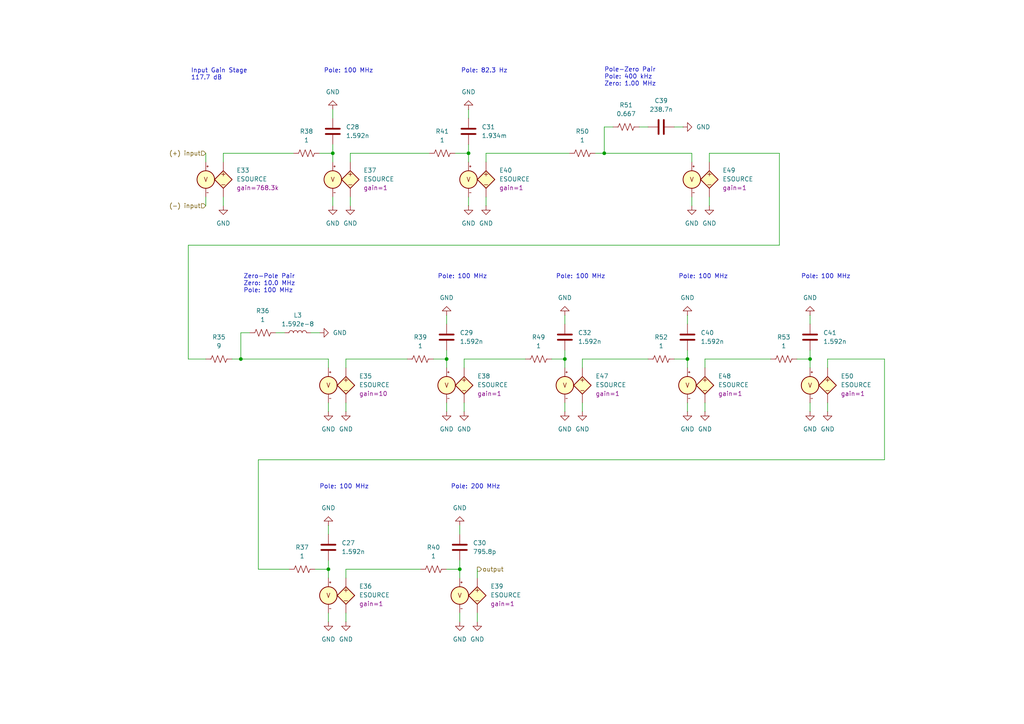
<source format=kicad_sch>
(kicad_sch (version 20250114) (generator "eeschema") (generator_version "9.0")
  (paper "A4")
  (lib_symbols
    (symbol "Device:C" (pin_numbers (hide yes)) (pin_names (offset 0.254))
      (property "Reference" "C" (at 0.635 2.54 0))
      (property "Value" "C" (at 0.635 -2.54 0))
      (symbol "C_0_1"
        (polyline (pts (xy -2.032 0.762) (xy 2.032 0.762)) (stroke (width 0.508)))
        (polyline (pts (xy -2.032 -0.762) (xy 2.032 -0.762)) (stroke (width 0.508)))
      )
      (symbol "C_1_1"
        (pin passive line (at 0 3.81 270) (length 2.794) (name "~") (number "1"))
        (pin passive line (at 0 -3.81 90) (length 2.794) (name "~") (number "2"))
      )
    )
    (symbol "Device:L" (pin_numbers (hide yes)) (pin_names (offset 1.016) (hide yes))
      (property "Reference" "L" (at -1.27 0 90))
      (property "Value" "L" (at 1.905 0 90))
      (symbol "L_0_1"
        (arc (start 0 2.54) (mid 0.6323 1.905) (end 0 1.27))
        (arc (start 0 1.27) (mid 0.6323 0.635) (end 0 0))
        (arc (start 0 0) (mid 0.6323 -0.635) (end 0 -1.27))
        (arc (start 0 -1.27) (mid 0.6323 -1.905) (end 0 -2.54))
      )
      (symbol "L_1_1"
        (pin passive line (at 0 3.81 270) (length 1.27) (name "1") (number "1"))
        (pin passive line (at 0 -3.81 90) (length 1.27) (name "2") (number "2"))
      )
    )
    (symbol "Device:R_US" (pin_numbers (hide yes)) (pin_names (offset 0))
      (property "Reference" "R" (at 2.54 0 90))
      (property "Value" "R_US" (at -2.54 0 90))
      (symbol "R_US_0_1"
        (polyline (pts (xy 0 2.286) (xy 0 2.54)))
        (polyline (pts (xy 0 2.286) (xy 1.016 1.905) (xy 0 1.524) (xy -1.016 1.143) (xy 0 0.762)))
        (polyline (pts (xy 0 0.762) (xy 1.016 0.381) (xy 0 0) (xy -1.016 -0.381) (xy 0 -0.762)))
        (polyline (pts (xy 0 -0.762) (xy 1.016 -1.143) (xy 0 -1.524) (xy -1.016 -1.905) (xy 0 -2.286)))
        (polyline (pts (xy 0 -2.286) (xy 0 -2.54)))
      )
      (symbol "R_US_1_1"
        (pin passive line (at 0 3.81 270) (length 1.27) (name "~") (number "1"))
        (pin passive line (at 0 -3.81 90) (length 1.27) (name "~") (number "2"))
      )
    )
    (symbol "Simulation_SPICE:ESOURCE" (pin_numbers (hide yes)) (pin_names (offset 1.016) (hide yes))
      (property "Reference" "E" (at 2.54 2.54 0))
      (property "Value" "ESOURCE" (at 2.54 0 0))
      (property "Sim.Params" "type=\"E\" model=\"1\"" (at 2.54 -2.54 0))
      (symbol "ESOURCE_0_1"
        (polyline (pts (xy 0 2.032) (xy 0 1.016)))
      )
      (symbol "ESOURCE_1_1"
        (circle (center -5.08 0) (radius 2.54) (stroke (width 0.254)) (fill (type background)))
        (polyline (pts (xy -4.826 3.81) (xy -4.318 3.81)))
        (polyline (pts (xy -4.826 -3.81) (xy -4.318 -3.81)))
        (polyline (pts (xy -4.572 4.064) (xy -4.572 3.556)))
        (polyline (pts (xy 0 2.54) (xy -2.54 0) (xy 0 -2.54) (xy 2.54 0) (xy 0 2.54)) (stroke (width 0.254)) (fill (type background)))
        (polyline (pts (xy 0.508 1.524) (xy -0.508 1.524)))
        (polyline (pts (xy 0.508 -1.524) (xy -0.508 -1.524)))
        (text "V" (at -5.08 0 0) (effects (font (size 1.27 1.27))))
        (pin input line (at -5.08 5.08 270) (length 2.54) (name "C+") (number "3"))
        (pin input line (at -5.08 -5.08 90) (length 2.54) (name "C-") (number "4"))
        (pin passive line (at 0 5.08 270) (length 2.54) (name "N+") (number "1"))
        (pin passive line (at 0 -5.08 90) (length 2.54) (name "N-") (number "2"))
      )
    )
    (symbol "power:GND" (power) (pin_numbers (hide yes)) (pin_names (offset 0) (hide yes))
      (property "Value" "GND" (at 0 -3.81 0))
      (symbol "GND_0_1"
        (polyline (pts (xy 0 0) (xy 0 -1.27) (xy 1.27 -1.27) (xy 0 -2.54) (xy -1.27 -1.27) (xy 0 -1.27)))
      )
      (symbol "GND_1_1"
        (pin power_in line (at 0 0 270) (length 0) (name "~") (number "1"))
      )
    )
  )
  (text "Pole: 200 MHz" (at 137.922 141.224 0) (effects (font (size 1.27 1.27))))
  (text "Pole: 100 MHz" (at 99.822 141.224 0) (effects (font (size 1.27 1.27))))
  (text "Pole-Zero Pair\nPole: 400 kHz\nZero: 1.00 MHz" (at 175.26 22.352 0) (effects (font (size 1.27 1.27)) (justify left)))
  (text "Input Gain Stage\n117.7 dB" (at 55.372 21.59 0) (effects (font (size 1.27 1.27)) (justify left)))
  (text "Pole: 100 MHz" (at 239.522 80.264 0) (effects (font (size 1.27 1.27))))
  (text "Pole: 82.3 Hz" (at 140.462 20.574 0) (effects (font (size 1.27 1.27))))
  (text "Zero-Pole Pair\nZero: 10.0 MHz\nPole: 100 MHz" (at 70.612 82.296 0) (effects (font (size 1.27 1.27)) (justify left)))
  (text "Pole: 100 MHz" (at 134.112 80.264 0) (effects (font (size 1.27 1.27))))
  (text "Pole: 100 MHz" (at 203.962 80.264 0) (effects (font (size 1.27 1.27))))
  (text "Pole: 100 MHz" (at 101.092 20.574 0) (effects (font (size 1.27 1.27))))
  (text "Pole: 100 MHz" (at 168.402 80.264 0) (effects (font (size 1.27 1.27))))
  (junction (at 69.85 104.14))
  (junction (at 96.52 44.45))
  (junction (at 163.83 104.14))
  (junction (at 199.39 104.14))
  (junction (at 234.95 104.14))
  (junction (at 175.26 44.45))
  (junction (at 135.89 44.45))
  (junction (at 133.35 165.1))
  (junction (at 95.25 165.1))
  (junction (at 129.54 104.14))
  (wire (pts (xy 163.83 116.84) (xy 163.83 119.38)))
  (wire (pts (xy 240.03 104.14) (xy 256.54 104.14)))
  (wire (pts (xy 204.47 104.14) (xy 223.52 104.14)))
  (wire (pts (xy 140.97 57.15) (xy 140.97 59.69)))
  (wire (pts (xy 80.01 96.52) (xy 82.55 96.52)))
  (wire (pts (xy 226.06 71.12) (xy 54.61 71.12)))
  (wire (pts (xy 204.47 106.68) (xy 204.47 104.14)))
  (wire (pts (xy 95.25 165.1) (xy 95.25 167.64)))
  (wire (pts (xy 256.54 104.14) (xy 256.54 133.35)))
  (wire (pts (xy 129.54 91.44) (xy 129.54 93.98)))
  (wire (pts (xy 199.39 116.84) (xy 199.39 119.38)))
  (wire (pts (xy 134.62 116.84) (xy 134.62 119.38)))
  (wire (pts (xy 240.03 116.84) (xy 240.03 119.38)))
  (wire (pts (xy 175.26 36.83) (xy 175.26 44.45)))
  (wire (pts (xy 95.25 104.14) (xy 95.25 106.68)))
  (wire (pts (xy 69.85 104.14) (xy 95.25 104.14)))
  (wire (pts (xy 96.52 44.45) (xy 96.52 46.99)))
  (wire (pts (xy 200.66 44.45) (xy 200.66 46.99)))
  (wire (pts (xy 195.58 104.14) (xy 199.39 104.14)))
  (wire (pts (xy 96.52 31.75) (xy 96.52 34.29)))
  (wire (pts (xy 59.69 57.15) (xy 59.69 59.69)))
  (wire (pts (xy 205.74 46.99) (xy 205.74 44.45)))
  (wire (pts (xy 172.72 44.45) (xy 175.26 44.45)))
  (wire (pts (xy 92.71 44.45) (xy 96.52 44.45)))
  (wire (pts (xy 100.33 104.14) (xy 118.11 104.14)))
  (wire (pts (xy 129.54 165.1) (xy 133.35 165.1)))
  (wire (pts (xy 199.39 104.14) (xy 199.39 106.68)))
  (wire (pts (xy 138.43 167.64) (xy 138.43 165.1)))
  (wire (pts (xy 140.97 44.45) (xy 165.1 44.45)))
  (wire (pts (xy 90.17 96.52) (xy 92.71 96.52)))
  (wire (pts (xy 95.25 116.84) (xy 95.25 119.38)))
  (wire (pts (xy 134.62 104.14) (xy 152.4 104.14)))
  (wire (pts (xy 240.03 106.68) (xy 240.03 104.14)))
  (wire (pts (xy 69.85 96.52) (xy 69.85 104.14)))
  (wire (pts (xy 100.33 165.1) (xy 121.92 165.1)))
  (wire (pts (xy 205.74 57.15) (xy 205.74 59.69)))
  (wire (pts (xy 205.74 44.45) (xy 226.06 44.45)))
  (wire (pts (xy 74.93 133.35) (xy 74.93 165.1)))
  (wire (pts (xy 234.95 104.14) (xy 234.95 106.68)))
  (wire (pts (xy 72.39 96.52) (xy 69.85 96.52)))
  (wire (pts (xy 231.14 104.14) (xy 234.95 104.14)))
  (wire (pts (xy 199.39 101.6) (xy 199.39 104.14)))
  (wire (pts (xy 95.25 162.56) (xy 95.25 165.1)))
  (wire (pts (xy 163.83 101.6) (xy 163.83 104.14)))
  (wire (pts (xy 163.83 104.14) (xy 163.83 106.68)))
  (wire (pts (xy 185.42 36.83) (xy 187.96 36.83)))
  (wire (pts (xy 54.61 104.14) (xy 59.69 104.14)))
  (wire (pts (xy 168.91 116.84) (xy 168.91 119.38)))
  (wire (pts (xy 96.52 57.15) (xy 96.52 59.69)))
  (wire (pts (xy 168.91 104.14) (xy 187.96 104.14)))
  (wire (pts (xy 95.25 152.4) (xy 95.25 154.94)))
  (wire (pts (xy 234.95 101.6) (xy 234.95 104.14)))
  (wire (pts (xy 64.77 57.15) (xy 64.77 59.69)))
  (wire (pts (xy 133.35 162.56) (xy 133.35 165.1)))
  (wire (pts (xy 101.6 46.99) (xy 101.6 44.45)))
  (wire (pts (xy 67.31 104.14) (xy 69.85 104.14)))
  (wire (pts (xy 133.35 177.8) (xy 133.35 180.34)))
  (wire (pts (xy 138.43 177.8) (xy 138.43 180.34)))
  (wire (pts (xy 101.6 57.15) (xy 101.6 59.69)))
  (wire (pts (xy 160.02 104.14) (xy 163.83 104.14)))
  (wire (pts (xy 64.77 46.99) (xy 64.77 44.45)))
  (wire (pts (xy 195.58 36.83) (xy 198.12 36.83)))
  (wire (pts (xy 100.33 177.8) (xy 100.33 180.34)))
  (wire (pts (xy 129.54 101.6) (xy 129.54 104.14)))
  (wire (pts (xy 96.52 41.91) (xy 96.52 44.45)))
  (wire (pts (xy 133.35 152.4) (xy 133.35 154.94)))
  (wire (pts (xy 54.61 71.12) (xy 54.61 104.14)))
  (wire (pts (xy 135.89 57.15) (xy 135.89 59.69)))
  (wire (pts (xy 134.62 106.68) (xy 134.62 104.14)))
  (wire (pts (xy 91.44 165.1) (xy 95.25 165.1)))
  (wire (pts (xy 200.66 57.15) (xy 200.66 59.69)))
  (wire (pts (xy 256.54 133.35) (xy 74.93 133.35)))
  (wire (pts (xy 59.69 46.99) (xy 59.69 44.45)))
  (wire (pts (xy 234.95 91.44) (xy 234.95 93.98)))
  (wire (pts (xy 129.54 116.84) (xy 129.54 119.38)))
  (wire (pts (xy 129.54 104.14) (xy 129.54 106.68)))
  (wire (pts (xy 199.39 91.44) (xy 199.39 93.98)))
  (wire (pts (xy 100.33 116.84) (xy 100.33 119.38)))
  (wire (pts (xy 135.89 44.45) (xy 135.89 46.99)))
  (wire (pts (xy 163.83 91.44) (xy 163.83 93.98)))
  (wire (pts (xy 133.35 165.1) (xy 133.35 167.64)))
  (wire (pts (xy 140.97 46.99) (xy 140.97 44.45)))
  (wire (pts (xy 101.6 44.45) (xy 124.46 44.45)))
  (wire (pts (xy 204.47 116.84) (xy 204.47 119.38)))
  (wire (pts (xy 226.06 44.45) (xy 226.06 71.12)))
  (wire (pts (xy 132.08 44.45) (xy 135.89 44.45)))
  (wire (pts (xy 100.33 106.68) (xy 100.33 104.14)))
  (wire (pts (xy 74.93 165.1) (xy 83.82 165.1)))
  (wire (pts (xy 100.33 167.64) (xy 100.33 165.1)))
  (wire (pts (xy 125.73 104.14) (xy 129.54 104.14)))
  (wire (pts (xy 234.95 116.84) (xy 234.95 119.38)))
  (wire (pts (xy 95.25 177.8) (xy 95.25 180.34)))
  (wire (pts (xy 168.91 106.68) (xy 168.91 104.14)))
  (wire (pts (xy 175.26 44.45) (xy 200.66 44.45)))
  (wire (pts (xy 64.77 44.45) (xy 85.09 44.45)))
  (wire (pts (xy 177.8 36.83) (xy 175.26 36.83)))
  (wire (pts (xy 135.89 31.75) (xy 135.89 34.29)))
  (wire (pts (xy 135.89 41.91) (xy 135.89 44.45)))
  (hierarchical_label "(+) input" (shape input) (at 59.69 44.45 180))
  (hierarchical_label "(-) input" (shape input) (at 59.69 59.69 180))
  (hierarchical_label "output" (shape output) (at 138.43 165.1 0))
  (symbol (lib_id "power:GND") (at 101.6 59.69 0) (unit 1)
    (property "Reference" "#PWR066" (effects (hide yes)))
    (property "Value" "GND" (at 101.6 64.77 0))
    (property "Description" "Power symbol creates a global label with name \"GND\" , ground" (effects (hide yes)))
    (instances (project "TransimpedanceAmplifierStability" (path "" (reference "#PWR0100") (unit 1)) (path "" (reference "#PWR066") (unit 1)) (path "" (reference "#PWR0168") (unit 1))))
  )
  (symbol (lib_id "power:GND") (at 64.77 59.69 0) (unit 1)
    (property "Reference" "#PWR058" (effects (hide yes)))
    (property "Value" "GND" (at 64.77 64.77 0))
    (property "Description" "Power symbol creates a global label with name \"GND\" , ground" (effects (hide yes)))
    (instances (project "TransimpedanceAmplifierStability" (path "" (reference "#PWR089") (unit 1)) (path "" (reference "#PWR058") (unit 1)) (path "" (reference "#PWR0158") (unit 1))))
  )
  (symbol (lib_id "power:GND") (at 95.25 119.38 0) (unit 1)
    (property "Reference" "#PWR065" (effects (hide yes)))
    (property "Value" "GND" (at 95.25 124.46 0))
    (property "Description" "Power symbol creates a global label with name \"GND\" , ground" (effects (hide yes)))
    (instances (project "TransimpedanceAmplifierStability" (path "" (reference "#PWR091") (unit 1)) (path "" (reference "#PWR065") (unit 1)) (path "" (reference "#PWR0161") (unit 1))))
  )
  (symbol (lib_id "power:GND") (at 100.33 180.34 0) (unit 1)
    (property "Reference" "#PWR061" (effects (hide yes)))
    (property "Value" "GND" (at 100.33 185.42 0))
    (property "Description" "Power symbol creates a global label with name \"GND\" , ground" (effects (hide yes)))
    (instances (project "TransimpedanceAmplifierStability" (path "" (reference "#PWR099") (unit 1)) (path "" (reference "#PWR061") (unit 1)) (path "" (reference "#PWR0167") (unit 1))))
  )
  (symbol (lib_id "Simulation_SPICE:ESOURCE") (at 100.33 172.72 0) (unit 1)
    (property "Reference" "E23" (at 104.14 170.0529 0) (effects (justify left)))
    (property "Value" "ESOURCE" (at 104.14 172.5929 0) (effects (justify left)))
    (property "Datasheet" "https://ngspice.sourceforge.io/docs/ngspice-html-manual/manual.xhtml#subsec_Exxxx__Linear_Voltage_Controlled" (effects (hide yes)))
    (property "Description" "Voltage-controlled voltage source symbol for simulation only" (effects (hide yes)))
    (property "Sim.Device" "E" (effects (hide yes)))
    (property "Sim.Params" "gain=1" (at 104.14 175.1329 0) (effects (justify left)))
    (property "Sim.Pins" "1=+ 2=- 3=C+ 4=C-" (effects (hide yes)))
    (instances (project "TransimpedanceAmplifierStability" (path "" (reference "E36") (unit 1)) (path "" (reference "E23") (unit 1)) (path "" (reference "E61") (unit 1))))
  )
  (symbol (lib_id "power:GND") (at 133.35 180.34 0) (unit 1)
    (property "Reference" "#PWR069" (effects (hide yes)))
    (property "Value" "GND" (at 133.35 185.42 0))
    (property "Description" "Power symbol creates a global label with name \"GND\" , ground" (effects (hide yes)))
    (instances (project "TransimpedanceAmplifierStability" (path "" (reference "#PWR0104") (unit 1)) (path "" (reference "#PWR069") (unit 1)) (path "" (reference "#PWR0178") (unit 1))))
  )
  (symbol (lib_id "power:GND") (at 163.83 119.38 0) (unit 1)
    (property "Reference" "#PWR078" (effects (hide yes)))
    (property "Value" "GND" (at 163.83 124.46 0))
    (property "Description" "Power symbol creates a global label with name \"GND\" , ground" (effects (hide yes)))
    (instances (project "TransimpedanceAmplifierStability" (path "" (reference "#PWR0111") (unit 1)) (path "" (reference "#PWR078") (unit 1)) (path "" (reference "#PWR0188") (unit 1))))
  )
  (symbol (lib_id "Device:R_US") (at 227.33 104.14 90) (unit 1)
    (property "Reference" "R34" (at 227.33 97.79 90))
    (property "Value" "1" (at 227.33 100.33 90))
    (property "Description" "Resistor, US symbol" (effects (hide yes)))
    (instances (project "TransimpedanceAmplifierStability" (path "" (reference "R53") (unit 1)) (path "" (reference "R34") (unit 1)) (path "" (reference "R89") (unit 1))))
  )
  (symbol (lib_id "power:GND") (at 200.66 59.69 0) (unit 1)
    (property "Reference" "#PWR081" (effects (hide yes)))
    (property "Value" "GND" (at 200.66 64.77 0))
    (property "Description" "Power symbol creates a global label with name \"GND\" , ground" (effects (hide yes)))
    (instances (project "TransimpedanceAmplifierStability" (path "" (reference "#PWR0133") (unit 1)) (path "" (reference "#PWR081") (unit 1)) (path "" (reference "#PWR0199") (unit 1))))
  )
  (symbol (lib_id "power:GND") (at 92.71 96.52 90) (unit 1)
    (property "Reference" "#PWR062" (effects (hide yes)))
    (property "Value" "GND" (at 96.52 96.5199 90) (effects (justify right)))
    (property "Description" "Power symbol creates a global label with name \"GND\" , ground" (effects (hide yes)))
    (instances (project "TransimpedanceAmplifierStability" (path "" (reference "#PWR090") (unit 1)) (path "" (reference "#PWR062") (unit 1)) (path "" (reference "#PWR0160") (unit 1))))
  )
  (symbol (lib_id "Device:R_US") (at 63.5 104.14 90) (unit 1)
    (property "Reference" "R24" (at 63.5 97.79 90))
    (property "Value" "9" (at 63.5 100.33 90))
    (property "Description" "Resistor, US symbol" (effects (hide yes)))
    (instances (project "TransimpedanceAmplifierStability" (path "" (reference "R35") (unit 1)) (path "" (reference "R24") (unit 1)) (path "" (reference "R61") (unit 1))))
  )
  (symbol (lib_id "Simulation_SPICE:ESOURCE") (at 64.77 52.07 0) (unit 1)
    (property "Reference" "E22" (at 68.58 49.4029 0) (effects (justify left)))
    (property "Value" "ESOURCE" (at 68.58 51.9429 0) (effects (justify left)))
    (property "Datasheet" "https://ngspice.sourceforge.io/docs/ngspice-html-manual/manual.xhtml#subsec_Exxxx__Linear_Voltage_Controlled" (effects (hide yes)))
    (property "Description" "Voltage-controlled voltage source symbol for simulation only" (effects (hide yes)))
    (property "Sim.Device" "E" (effects (hide yes)))
    (property "Sim.Params" "gain=768.3k" (at 68.58 54.4829 0) (effects (justify left)))
    (property "Sim.Pins" "1=+ 2=- 3=C+ 4=C-" (effects (hide yes)))
    (instances (project "TransimpedanceAmplifierStability" (path "" (reference "E33") (unit 1)) (path "" (reference "E22") (unit 1)) (path "" (reference "E58") (unit 1))))
  )
  (symbol (lib_id "power:GND") (at 135.89 31.75 180) (unit 1)
    (property "Reference" "#PWR073" (effects (hide yes)))
    (property "Value" "GND" (at 135.89 26.67 0))
    (property "Description" "Power symbol creates a global label with name \"GND\" , ground" (effects (hide yes)))
    (instances (project "TransimpedanceAmplifierStability" (path "" (reference "#PWR0106") (unit 1)) (path "" (reference "#PWR073") (unit 1)) (path "" (reference "#PWR0180") (unit 1))))
  )
  (symbol (lib_id "power:GND") (at 204.47 119.38 0) (unit 1)
    (property "Reference" "#PWR085" (effects (hide yes)))
    (property "Value" "GND" (at 204.47 124.46 0))
    (property "Description" "Power symbol creates a global label with name \"GND\" , ground" (effects (hide yes)))
    (instances (project "TransimpedanceAmplifierStability" (path "" (reference "#PWR0134") (unit 1)) (path "" (reference "#PWR085") (unit 1)) (path "" (reference "#PWR0200") (unit 1))))
  )
  (symbol (lib_id "Simulation_SPICE:ESOURCE") (at 100.33 111.76 0) (unit 1)
    (property "Reference" "E25" (at 104.14 109.0929 0) (effects (justify left)))
    (property "Value" "ESOURCE" (at 104.14 111.6329 0) (effects (justify left)))
    (property "Datasheet" "https://ngspice.sourceforge.io/docs/ngspice-html-manual/manual.xhtml#subsec_Exxxx__Linear_Voltage_Controlled" (effects (hide yes)))
    (property "Description" "Voltage-controlled voltage source symbol for simulation only" (effects (hide yes)))
    (property "Sim.Device" "E" (effects (hide yes)))
    (property "Sim.Params" "gain=10" (at 104.14 114.1729 0) (effects (justify left)))
    (property "Sim.Pins" "1=+ 2=- 3=C+ 4=C-" (effects (hide yes)))
    (instances (project "TransimpedanceAmplifierStability" (path "" (reference "E35") (unit 1)) (path "" (reference "E25") (unit 1)) (path "" (reference "E60") (unit 1))))
  )
  (symbol (lib_id "Device:C") (at 163.83 97.79 0) (unit 1)
    (property "Reference" "C23" (at 167.64 96.5199 0) (effects (justify left)))
    (property "Value" "1.592n" (at 167.64 99.0599 0) (effects (justify left)))
    (property "Description" "Unpolarized capacitor" (effects (hide yes)))
    (instances (project "TransimpedanceAmplifierStability" (path "" (reference "C32") (unit 1)) (path "" (reference "C23") (unit 1)) (path "" (reference "C70") (unit 1))))
  )
  (symbol (lib_id "power:GND") (at 138.43 180.34 0) (unit 1)
    (property "Reference" "#PWR070" (effects (hide yes)))
    (property "Value" "GND" (at 138.43 185.42 0))
    (property "Description" "Power symbol creates a global label with name \"GND\" , ground" (effects (hide yes)))
    (instances (project "TransimpedanceAmplifierStability" (path "" (reference "#PWR0108") (unit 1)) (path "" (reference "#PWR070") (unit 1)) (path "" (reference "#PWR0182") (unit 1))))
  )
  (symbol (lib_id "Device:R_US") (at 125.73 165.1 90) (unit 1)
    (property "Reference" "R27" (at 125.73 158.75 90))
    (property "Value" "1" (at 125.73 161.29 90))
    (property "Description" "Resistor, US symbol" (effects (hide yes)))
    (instances (project "TransimpedanceAmplifierStability" (path "" (reference "R40") (unit 1)) (path "" (reference "R27") (unit 1)) (path "" (reference "R69") (unit 1))))
  )
  (symbol (lib_id "power:GND") (at 234.95 119.38 0) (unit 1)
    (property "Reference" "#PWR087" (effects (hide yes)))
    (property "Value" "GND" (at 234.95 124.46 0))
    (property "Description" "Power symbol creates a global label with name \"GND\" , ground" (effects (hide yes)))
    (instances (project "TransimpedanceAmplifierStability" (path "" (reference "#PWR0137") (unit 1)) (path "" (reference "#PWR087") (unit 1)) (path "" (reference "#PWR0206") (unit 1))))
  )
  (symbol (lib_id "power:GND") (at 140.97 59.69 0) (unit 1)
    (property "Reference" "#PWR076" (effects (hide yes)))
    (property "Value" "GND" (at 140.97 64.77 0))
    (property "Description" "Power symbol creates a global label with name \"GND\" , ground" (effects (hide yes)))
    (instances (project "TransimpedanceAmplifierStability" (path "" (reference "#PWR0109") (unit 1)) (path "" (reference "#PWR076") (unit 1)) (path "" (reference "#PWR0183") (unit 1))))
  )
  (symbol (lib_id "power:GND") (at 199.39 91.44 180) (unit 1)
    (property "Reference" "#PWR082" (effects (hide yes)))
    (property "Value" "GND" (at 199.39 86.36 0))
    (property "Description" "Power symbol creates a global label with name \"GND\" , ground" (effects (hide yes)))
    (instances (project "TransimpedanceAmplifierStability" (path "" (reference "#PWR0131") (unit 1)) (path "" (reference "#PWR082") (unit 1)) (path "" (reference "#PWR0197") (unit 1))))
  )
  (symbol (lib_id "Device:R_US") (at 191.77 104.14 90) (unit 1)
    (property "Reference" "R33" (at 191.77 97.79 90))
    (property "Value" "1" (at 191.77 100.33 90))
    (property "Description" "Resistor, US symbol" (effects (hide yes)))
    (instances (project "TransimpedanceAmplifierStability" (path "" (reference "R52") (unit 1)) (path "" (reference "R33") (unit 1)) (path "" (reference "R84") (unit 1))))
  )
  (symbol (lib_id "Simulation_SPICE:ESOURCE") (at 168.91 111.76 0) (unit 1)
    (property "Reference" "E29" (at 172.72 109.0929 0) (effects (justify left)))
    (property "Value" "ESOURCE" (at 172.72 111.6329 0) (effects (justify left)))
    (property "Datasheet" "https://ngspice.sourceforge.io/docs/ngspice-html-manual/manual.xhtml#subsec_Exxxx__Linear_Voltage_Controlled" (effects (hide yes)))
    (property "Description" "Voltage-controlled voltage source symbol for simulation only" (effects (hide yes)))
    (property "Sim.Device" "E" (effects (hide yes)))
    (property "Sim.Params" "gain=1" (at 172.72 114.1729 0) (effects (justify left)))
    (property "Sim.Pins" "1=+ 2=- 3=C+ 4=C-" (effects (hide yes)))
    (instances (project "TransimpedanceAmplifierStability" (path "" (reference "E47") (unit 1)) (path "" (reference "E29") (unit 1)) (path "" (reference "E69") (unit 1))))
  )
  (symbol (lib_id "power:GND") (at 234.95 91.44 180) (unit 1)
    (property "Reference" "#PWR086" (effects (hide yes)))
    (property "Value" "GND" (at 234.95 86.36 0))
    (property "Description" "Power symbol creates a global label with name \"GND\" , ground" (effects (hide yes)))
    (instances (project "TransimpedanceAmplifierStability" (path "" (reference "#PWR0136") (unit 1)) (path "" (reference "#PWR086") (unit 1)) (path "" (reference "#PWR0205") (unit 1))))
  )
  (symbol (lib_id "power:GND") (at 199.39 119.38 0) (unit 1)
    (property "Reference" "#PWR083" (effects (hide yes)))
    (property "Value" "GND" (at 199.39 124.46 0))
    (property "Description" "Power symbol creates a global label with name \"GND\" , ground" (effects (hide yes)))
    (instances (project "TransimpedanceAmplifierStability" (path "" (reference "#PWR0132") (unit 1)) (path "" (reference "#PWR083") (unit 1)) (path "" (reference "#PWR0198") (unit 1))))
  )
  (symbol (lib_id "Device:C") (at 129.54 97.79 0) (unit 1)
    (property "Reference" "C21" (at 133.35 96.5199 0) (effects (justify left)))
    (property "Value" "1.592n" (at 133.35 99.0599 0) (effects (justify left)))
    (property "Description" "Unpolarized capacitor" (effects (hide yes)))
    (instances (project "TransimpedanceAmplifierStability" (path "" (reference "C29") (unit 1)) (path "" (reference "C21") (unit 1)) (path "" (reference "C61") (unit 1))))
  )
  (symbol (lib_id "power:GND") (at 129.54 119.38 0) (unit 1)
    (property "Reference" "#PWR072" (effects (hide yes)))
    (property "Value" "GND" (at 129.54 124.46 0))
    (property "Description" "Power symbol creates a global label with name \"GND\" , ground" (effects (hide yes)))
    (instances (project "TransimpedanceAmplifierStability" (path "" (reference "#PWR0102") (unit 1)) (path "" (reference "#PWR072") (unit 1)) (path "" (reference "#PWR0176") (unit 1))))
  )
  (symbol (lib_id "Device:C") (at 191.77 36.83 270) (unit 1)
    (property "Reference" "C24" (at 191.77 29.21 90))
    (property "Value" "238.7n" (at 191.77 31.75 90))
    (property "Description" "Unpolarized capacitor" (effects (hide yes)))
    (instances (project "TransimpedanceAmplifierStability" (path "" (reference "C39") (unit 1)) (path "" (reference "C24") (unit 1)) (path "" (reference "C74") (unit 1))))
  )
  (symbol (lib_id "Simulation_SPICE:ESOURCE") (at 240.03 111.76 0) (unit 1)
    (property "Reference" "E32" (at 243.84 109.0929 0) (effects (justify left)))
    (property "Value" "ESOURCE" (at 243.84 111.6329 0) (effects (justify left)))
    (property "Datasheet" "https://ngspice.sourceforge.io/docs/ngspice-html-manual/manual.xhtml#subsec_Exxxx__Linear_Voltage_Controlled" (effects (hide yes)))
    (property "Description" "Voltage-controlled voltage source symbol for simulation only" (effects (hide yes)))
    (property "Sim.Device" "E" (effects (hide yes)))
    (property "Sim.Params" "gain=1" (at 243.84 114.1729 0) (effects (justify left)))
    (property "Sim.Pins" "1=+ 2=- 3=C+ 4=C-" (effects (hide yes)))
    (instances (project "TransimpedanceAmplifierStability" (path "" (reference "E50") (unit 1)) (path "" (reference "E32") (unit 1)) (path "" (reference "E75") (unit 1))))
  )
  (symbol (lib_id "power:GND") (at 198.12 36.83 90) (unit 1)
    (property "Reference" "#PWR080" (effects (hide yes)))
    (property "Value" "GND" (at 201.93 36.8299 90) (effects (justify right)))
    (property "Description" "Power symbol creates a global label with name \"GND\" , ground" (effects (hide yes)))
    (instances (project "TransimpedanceAmplifierStability" (path "" (reference "#PWR0130") (unit 1)) (path "" (reference "#PWR080") (unit 1)) (path "" (reference "#PWR0196") (unit 1))))
  )
  (symbol (lib_id "power:GND") (at 95.25 180.34 0) (unit 1)
    (property "Reference" "#PWR060" (effects (hide yes)))
    (property "Value" "GND" (at 95.25 185.42 0))
    (property "Description" "Power symbol creates a global label with name \"GND\" , ground" (effects (hide yes)))
    (instances (project "TransimpedanceAmplifierStability" (path "" (reference "#PWR095") (unit 1)) (path "" (reference "#PWR060") (unit 1)) (path "" (reference "#PWR0163") (unit 1))))
  )
  (symbol (lib_id "Device:R_US") (at 76.2 96.52 270) (unit 1)
    (property "Reference" "R25" (at 76.2 90.17 90))
    (property "Value" "1" (at 76.2 92.71 90))
    (property "Description" "Resistor, US symbol" (effects (hide yes)))
    (instances (project "TransimpedanceAmplifierStability" (path "" (reference "R36") (unit 1)) (path "" (reference "R25") (unit 1)) (path "" (reference "R62") (unit 1))))
  )
  (symbol (lib_id "Device:L") (at 86.36 96.52 90) (unit 1)
    (property "Reference" "L2" (at 86.36 91.44 90))
    (property "Value" "1.592e-8" (at 86.36 93.98 90))
    (property "Description" "Inductor" (effects (hide yes)))
    (instances (project "TransimpedanceAmplifierStability" (path "" (reference "L3") (unit 1)) (path "" (reference "L2") (unit 1)) (path "" (reference "L4") (unit 1))))
  )
  (symbol (lib_id "Simulation_SPICE:ESOURCE") (at 205.74 52.07 0) (unit 1)
    (property "Reference" "E30" (at 209.55 49.4029 0) (effects (justify left)))
    (property "Value" "ESOURCE" (at 209.55 51.9429 0) (effects (justify left)))
    (property "Datasheet" "https://ngspice.sourceforge.io/docs/ngspice-html-manual/manual.xhtml#subsec_Exxxx__Linear_Voltage_Controlled" (effects (hide yes)))
    (property "Description" "Voltage-controlled voltage source symbol for simulation only" (effects (hide yes)))
    (property "Sim.Device" "E" (effects (hide yes)))
    (property "Sim.Params" "gain=1" (at 209.55 54.4829 0) (effects (justify left)))
    (property "Sim.Pins" "1=+ 2=- 3=C+ 4=C-" (effects (hide yes)))
    (instances (project "TransimpedanceAmplifierStability" (path "" (reference "E49") (unit 1)) (path "" (reference "E30") (unit 1)) (path "" (reference "E73") (unit 1))))
  )
  (symbol (lib_id "Simulation_SPICE:ESOURCE") (at 138.43 172.72 0) (unit 1)
    (property "Reference" "E26" (at 142.24 170.0529 0) (effects (justify left)))
    (property "Value" "ESOURCE" (at 142.24 172.5929 0) (effects (justify left)))
    (property "Datasheet" "https://ngspice.sourceforge.io/docs/ngspice-html-manual/manual.xhtml#subsec_Exxxx__Linear_Voltage_Controlled" (effects (hide yes)))
    (property "Description" "Voltage-controlled voltage source symbol for simulation only" (effects (hide yes)))
    (property "Sim.Device" "E" (effects (hide yes)))
    (property "Sim.Params" "gain=1" (at 142.24 175.1329 0) (effects (justify left)))
    (property "Sim.Pins" "1=+ 2=- 3=C+ 4=C-" (effects (hide yes)))
    (instances (project "TransimpedanceAmplifierStability" (path "" (reference "E39") (unit 1)) (path "" (reference "E26") (unit 1)) (path "" (reference "E66") (unit 1))))
  )
  (symbol (lib_id "power:GND") (at 133.35 152.4 180) (unit 1)
    (property "Reference" "#PWR068" (effects (hide yes)))
    (property "Value" "GND" (at 133.35 147.32 0))
    (property "Description" "Power symbol creates a global label with name \"GND\" , ground" (effects (hide yes)))
    (instances (project "TransimpedanceAmplifierStability" (path "" (reference "#PWR0103") (unit 1)) (path "" (reference "#PWR068") (unit 1)) (path "" (reference "#PWR0177") (unit 1))))
  )
  (symbol (lib_id "power:GND") (at 95.25 152.4 180) (unit 1)
    (property "Reference" "#PWR059" (effects (hide yes)))
    (property "Value" "GND" (at 95.25 147.32 0))
    (property "Description" "Power symbol creates a global label with name \"GND\" , ground" (effects (hide yes)))
    (instances (project "TransimpedanceAmplifierStability" (path "" (reference "#PWR094") (unit 1)) (path "" (reference "#PWR059") (unit 1)) (path "" (reference "#PWR0162") (unit 1))))
  )
  (symbol (lib_id "Device:R_US") (at 88.9 44.45 90) (unit 1)
    (property "Reference" "R26" (at 88.9 38.1 90))
    (property "Value" "1" (at 88.9 40.64 90))
    (property "Description" "Resistor, US symbol" (effects (hide yes)))
    (instances (project "TransimpedanceAmplifierStability" (path "" (reference "R38") (unit 1)) (path "" (reference "R26") (unit 1)) (path "" (reference "R64") (unit 1))))
  )
  (symbol (lib_id "Device:C") (at 95.25 158.75 0) (unit 1)
    (property "Reference" "C18" (at 99.06 157.4799 0) (effects (justify left)))
    (property "Value" "1.592n" (at 99.06 160.0199 0) (effects (justify left)))
    (property "Description" "Unpolarized capacitor" (effects (hide yes)))
    (instances (project "TransimpedanceAmplifierStability" (path "" (reference "C27") (unit 1)) (path "" (reference "C18") (unit 1)) (path "" (reference "C53") (unit 1))))
  )
  (symbol (lib_id "power:GND") (at 100.33 119.38 0) (unit 1)
    (property "Reference" "#PWR067" (effects (hide yes)))
    (property "Value" "GND" (at 100.33 124.46 0))
    (property "Description" "Power symbol creates a global label with name \"GND\" , ground" (effects (hide yes)))
    (instances (project "TransimpedanceAmplifierStability" (path "" (reference "#PWR098") (unit 1)) (path "" (reference "#PWR067") (unit 1)) (path "" (reference "#PWR0166") (unit 1))))
  )
  (symbol (lib_id "Device:C") (at 133.35 158.75 0) (unit 1)
    (property "Reference" "C20" (at 137.16 157.4799 0) (effects (justify left)))
    (property "Value" "795.8p" (at 137.16 160.0199 0) (effects (justify left)))
    (property "Description" "Unpolarized capacitor" (effects (hide yes)))
    (instances (project "TransimpedanceAmplifierStability" (path "" (reference "C30") (unit 1)) (path "" (reference "C20") (unit 1)) (path "" (reference "C62") (unit 1))))
  )
  (symbol (lib_id "Simulation_SPICE:ESOURCE") (at 101.6 52.07 0) (unit 1)
    (property "Reference" "E24" (at 105.41 49.4029 0) (effects (justify left)))
    (property "Value" "ESOURCE" (at 105.41 51.9429 0) (effects (justify left)))
    (property "Datasheet" "https://ngspice.sourceforge.io/docs/ngspice-html-manual/manual.xhtml#subsec_Exxxx__Linear_Voltage_Controlled" (effects (hide yes)))
    (property "Description" "Voltage-controlled voltage source symbol for simulation only" (effects (hide yes)))
    (property "Sim.Device" "E" (effects (hide yes)))
    (property "Sim.Params" "gain=1" (at 105.41 54.4829 0) (effects (justify left)))
    (property "Sim.Pins" "1=+ 2=- 3=C+ 4=C-" (effects (hide yes)))
    (instances (project "TransimpedanceAmplifierStability" (path "" (reference "E37") (unit 1)) (path "" (reference "E24") (unit 1)) (path "" (reference "E62") (unit 1))))
  )
  (symbol (lib_id "power:GND") (at 163.83 91.44 180) (unit 1)
    (property "Reference" "#PWR077" (effects (hide yes)))
    (property "Value" "GND" (at 163.83 86.36 0))
    (property "Description" "Power symbol creates a global label with name \"GND\" , ground" (effects (hide yes)))
    (instances (project "TransimpedanceAmplifierStability" (path "" (reference "#PWR0110") (unit 1)) (path "" (reference "#PWR077") (unit 1)) (path "" (reference "#PWR0187") (unit 1))))
  )
  (symbol (lib_id "power:GND") (at 129.54 91.44 180) (unit 1)
    (property "Reference" "#PWR071" (effects (hide yes)))
    (property "Value" "GND" (at 129.54 86.36 0))
    (property "Description" "Power symbol creates a global label with name \"GND\" , ground" (effects (hide yes)))
    (instances (project "TransimpedanceAmplifierStability" (path "" (reference "#PWR0101") (unit 1)) (path "" (reference "#PWR071") (unit 1)) (path "" (reference "#PWR0175") (unit 1))))
  )
  (symbol (lib_id "Device:R_US") (at 181.61 36.83 270) (unit 1)
    (property "Reference" "R32" (at 181.61 30.48 90))
    (property "Value" "0.667" (at 181.61 33.02 90))
    (property "Description" "Resistor, US symbol" (effects (hide yes)))
    (instances (project "TransimpedanceAmplifierStability" (path "" (reference "R51") (unit 1)) (path "" (reference "R32") (unit 1)) (path "" (reference "R83") (unit 1))))
  )
  (symbol (lib_id "Device:R_US") (at 121.92 104.14 90) (unit 1)
    (property "Reference" "R28" (at 121.92 97.79 90))
    (property "Value" "1" (at 121.92 100.33 90))
    (property "Description" "Resistor, US symbol" (effects (hide yes)))
    (instances (project "TransimpedanceAmplifierStability" (path "" (reference "R39") (unit 1)) (path "" (reference "R28") (unit 1)) (path "" (reference "R68") (unit 1))))
  )
  (symbol (lib_id "power:GND") (at 96.52 31.75 180) (unit 1)
    (property "Reference" "#PWR063" (effects (hide yes)))
    (property "Value" "GND" (at 96.52 26.67 0))
    (property "Description" "Power symbol creates a global label with name \"GND\" , ground" (effects (hide yes)))
    (instances (project "TransimpedanceAmplifierStability" (path "" (reference "#PWR096") (unit 1)) (path "" (reference "#PWR063") (unit 1)) (path "" (reference "#PWR0164") (unit 1))))
  )
  (symbol (lib_id "power:GND") (at 135.89 59.69 0) (unit 1)
    (property "Reference" "#PWR074" (effects (hide yes)))
    (property "Value" "GND" (at 135.89 64.77 0))
    (property "Description" "Power symbol creates a global label with name \"GND\" , ground" (effects (hide yes)))
    (instances (project "TransimpedanceAmplifierStability" (path "" (reference "#PWR0107") (unit 1)) (path "" (reference "#PWR074") (unit 1)) (path "" (reference "#PWR0181") (unit 1))))
  )
  (symbol (lib_id "Device:R_US") (at 87.63 165.1 90) (unit 1)
    (property "Reference" "R23" (at 87.63 158.75 90))
    (property "Value" "1" (at 87.63 161.29 90))
    (property "Description" "Resistor, US symbol" (effects (hide yes)))
    (instances (project "TransimpedanceAmplifierStability" (path "" (reference "R37") (unit 1)) (path "" (reference "R23") (unit 1)) (path "" (reference "R63") (unit 1))))
  )
  (symbol (lib_id "power:GND") (at 134.62 119.38 0) (unit 1)
    (property "Reference" "#PWR075" (effects (hide yes)))
    (property "Value" "GND" (at 134.62 124.46 0))
    (property "Description" "Power symbol creates a global label with name \"GND\" , ground" (effects (hide yes)))
    (instances (project "TransimpedanceAmplifierStability" (path "" (reference "#PWR0105") (unit 1)) (path "" (reference "#PWR075") (unit 1)) (path "" (reference "#PWR0179") (unit 1))))
  )
  (symbol (lib_id "power:GND") (at 96.52 59.69 0) (unit 1)
    (property "Reference" "#PWR064" (effects (hide yes)))
    (property "Value" "GND" (at 96.52 64.77 0))
    (property "Description" "Power symbol creates a global label with name \"GND\" , ground" (effects (hide yes)))
    (instances (project "TransimpedanceAmplifierStability" (path "" (reference "#PWR097") (unit 1)) (path "" (reference "#PWR064") (unit 1)) (path "" (reference "#PWR0165") (unit 1))))
  )
  (symbol (lib_id "power:GND") (at 168.91 119.38 0) (unit 1)
    (property "Reference" "#PWR079" (effects (hide yes)))
    (property "Value" "GND" (at 168.91 124.46 0))
    (property "Description" "Power symbol creates a global label with name \"GND\" , ground" (effects (hide yes)))
    (instances (project "TransimpedanceAmplifierStability" (path "" (reference "#PWR0129") (unit 1)) (path "" (reference "#PWR079") (unit 1)) (path "" (reference "#PWR0190") (unit 1))))
  )
  (symbol (lib_id "Device:R_US") (at 168.91 44.45 90) (unit 1)
    (property "Reference" "R31" (at 168.91 38.1 90))
    (property "Value" "1" (at 168.91 40.64 90))
    (property "Description" "Resistor, US symbol" (effects (hide yes)))
    (instances (project "TransimpedanceAmplifierStability" (path "" (reference "R50") (unit 1)) (path "" (reference "R31") (unit 1)) (path "" (reference "R80") (unit 1))))
  )
  (symbol (lib_id "Device:R_US") (at 128.27 44.45 90) (unit 1)
    (property "Reference" "R29" (at 128.27 38.1 90))
    (property "Value" "1" (at 128.27 40.64 90))
    (property "Description" "Resistor, US symbol" (effects (hide yes)))
    (instances (project "TransimpedanceAmplifierStability" (path "" (reference "R41") (unit 1)) (path "" (reference "R29") (unit 1)) (path "" (reference "R71") (unit 1))))
  )
  (symbol (lib_id "Device:R_US") (at 156.21 104.14 90) (unit 1)
    (property "Reference" "R30" (at 156.21 97.79 90))
    (property "Value" "1" (at 156.21 100.33 90))
    (property "Description" "Resistor, US symbol" (effects (hide yes)))
    (instances (project "TransimpedanceAmplifierStability" (path "" (reference "R49") (unit 1)) (path "" (reference "R30") (unit 1)) (path "" (reference "R77") (unit 1))))
  )
  (symbol (lib_id "Device:C") (at 234.95 97.79 0) (unit 1)
    (property "Reference" "C26" (at 238.76 96.5199 0) (effects (justify left)))
    (property "Value" "1.592n" (at 238.76 99.0599 0) (effects (justify left)))
    (property "Description" "Unpolarized capacitor" (effects (hide yes)))
    (instances (project "TransimpedanceAmplifierStability" (path "" (reference "C41") (unit 1)) (path "" (reference "C26") (unit 1)) (path "" (reference "C81") (unit 1))))
  )
  (symbol (lib_id "power:GND") (at 240.03 119.38 0) (unit 1)
    (property "Reference" "#PWR088" (effects (hide yes)))
    (property "Value" "GND" (at 240.03 124.46 0))
    (property "Description" "Power symbol creates a global label with name \"GND\" , ground" (effects (hide yes)))
    (instances (project "TransimpedanceAmplifierStability" (path "" (reference "#PWR0138") (unit 1)) (path "" (reference "#PWR088") (unit 1)) (path "" (reference "#PWR0207") (unit 1))))
  )
  (symbol (lib_id "power:GND") (at 205.74 59.69 0) (unit 1)
    (property "Reference" "#PWR084" (effects (hide yes)))
    (property "Value" "GND" (at 205.74 64.77 0))
    (property "Description" "Power symbol creates a global label with name \"GND\" , ground" (effects (hide yes)))
    (instances (project "TransimpedanceAmplifierStability" (path "" (reference "#PWR0135") (unit 1)) (path "" (reference "#PWR084") (unit 1)) (path "" (reference "#PWR0201") (unit 1))))
  )
  (symbol (lib_id "Device:C") (at 199.39 97.79 0) (unit 1)
    (property "Reference" "C25" (at 203.2 96.5199 0) (effects (justify left)))
    (property "Value" "1.592n" (at 203.2 99.0599 0) (effects (justify left)))
    (property "Description" "Unpolarized capacitor" (effects (hide yes)))
    (instances (project "TransimpedanceAmplifierStability" (path "" (reference "C40") (unit 1)) (path "" (reference "C25") (unit 1)) (path "" (reference "C76") (unit 1))))
  )
  (symbol (lib_id "Device:C") (at 96.52 38.1 0) (unit 1)
    (property "Reference" "C19" (at 100.33 36.8299 0) (effects (justify left)))
    (property "Value" "1.592n" (at 100.33 39.3699 0) (effects (justify left)))
    (property "Description" "Unpolarized capacitor" (effects (hide yes)))
    (instances (project "TransimpedanceAmplifierStability" (path "" (reference "C28") (unit 1)) (path "" (reference "C19") (unit 1)) (path "" (reference "C54") (unit 1))))
  )
  (symbol (lib_id "Simulation_SPICE:ESOURCE") (at 134.62 111.76 0) (unit 1)
    (property "Reference" "E27" (at 138.43 109.0929 0) (effects (justify left)))
    (property "Value" "ESOURCE" (at 138.43 111.6329 0) (effects (justify left)))
    (property "Datasheet" "https://ngspice.sourceforge.io/docs/ngspice-html-manual/manual.xhtml#subsec_Exxxx__Linear_Voltage_Controlled" (effects (hide yes)))
    (property "Description" "Voltage-controlled voltage source symbol for simulation only" (effects (hide yes)))
    (property "Sim.Device" "E" (effects (hide yes)))
    (property "Sim.Params" "gain=1" (at 138.43 114.1729 0) (effects (justify left)))
    (property "Sim.Pins" "1=+ 2=- 3=C+ 4=C-" (effects (hide yes)))
    (instances (project "TransimpedanceAmplifierStability" (path "" (reference "E38") (unit 1)) (path "" (reference "E27") (unit 1)) (path "" (reference "E65") (unit 1))))
  )
  (symbol (lib_id "Device:C") (at 135.89 38.1 0) (unit 1)
    (property "Reference" "C22" (at 139.7 36.8299 0) (effects (justify left)))
    (property "Value" "1.934m" (at 139.7 39.3699 0) (effects (justify left)))
    (property "Description" "Unpolarized capacitor" (effects (hide yes)))
    (instances (project "TransimpedanceAmplifierStability" (path "" (reference "C31") (unit 1)) (path "" (reference "C22") (unit 1)) (path "" (reference "C63") (unit 1))))
  )
  (symbol (lib_id "Simulation_SPICE:ESOURCE") (at 204.47 111.76 0) (unit 1)
    (property "Reference" "E31" (at 208.28 109.0929 0) (effects (justify left)))
    (property "Value" "ESOURCE" (at 208.28 111.6329 0) (effects (justify left)))
    (property "Datasheet" "https://ngspice.sourceforge.io/docs/ngspice-html-manual/manual.xhtml#subsec_Exxxx__Linear_Voltage_Controlled" (effects (hide yes)))
    (property "Description" "Voltage-controlled voltage source symbol for simulation only" (effects (hide yes)))
    (property "Sim.Device" "E" (effects (hide yes)))
    (property "Sim.Params" "gain=1" (at 208.28 114.1729 0) (effects (justify left)))
    (property "Sim.Pins" "1=+ 2=- 3=C+ 4=C-" (effects (hide yes)))
    (instances (project "TransimpedanceAmplifierStability" (path "" (reference "E48") (unit 1)) (path "" (reference "E31") (unit 1)) (path "" (reference "E72") (unit 1))))
  )
  (symbol (lib_id "Simulation_SPICE:ESOURCE") (at 140.97 52.07 0) (unit 1)
    (property "Reference" "E28" (at 144.78 49.4029 0) (effects (justify left)))
    (property "Value" "ESOURCE" (at 144.78 51.9429 0) (effects (justify left)))
    (property "Datasheet" "https://ngspice.sourceforge.io/docs/ngspice-html-manual/manual.xhtml#subsec_Exxxx__Linear_Voltage_Controlled" (effects (hide yes)))
    (property "Description" "Voltage-controlled voltage source symbol for simulation only" (effects (hide yes)))
    (property "Sim.Device" "E" (effects (hide yes)))
    (property "Sim.Params" "gain=1" (at 144.78 54.4829 0) (effects (justify left)))
    (property "Sim.Pins" "1=+ 2=- 3=C+ 4=C-" (effects (hide yes)))
    (instances (project "TransimpedanceAmplifierStability" (path "" (reference "E40") (unit 1)) (path "" (reference "E28") (unit 1)) (path "" (reference "E67") (unit 1))))
  )
)
</source>
